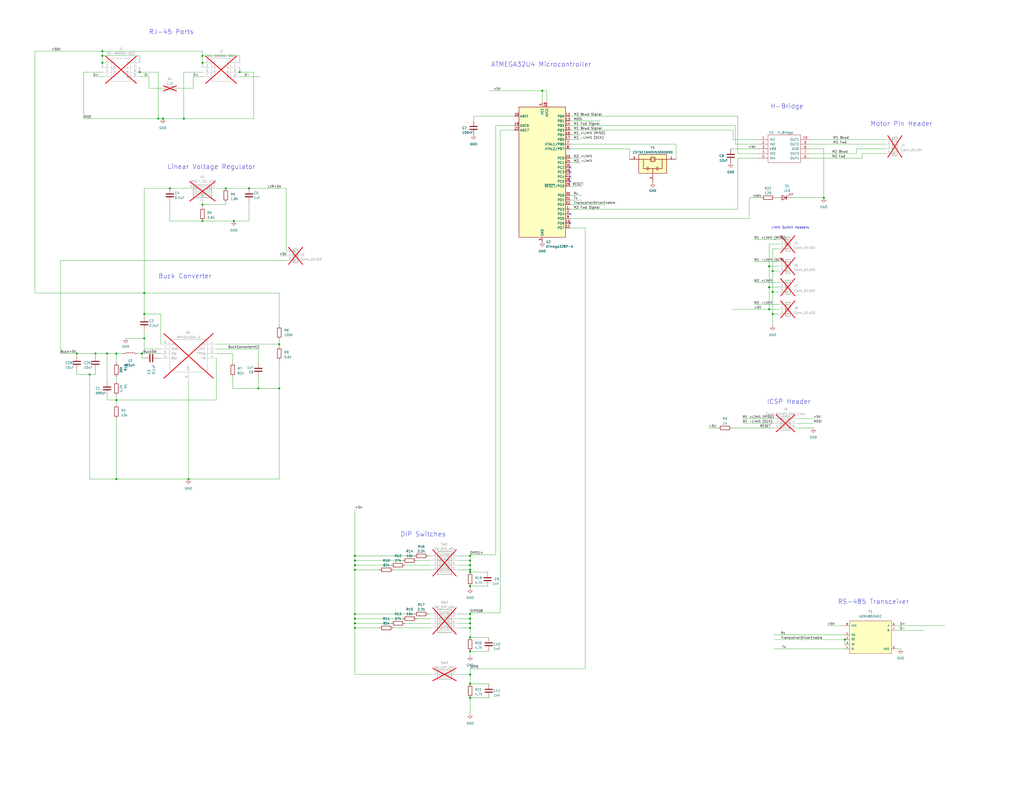
<source format=kicad_sch>
(kicad_sch (version 20230121) (generator eeschema)
  (paper "C")
  (lib_symbols
    (symbol "A3909GLNTR-T:A3909GLNTR-T" (pin_names (offset 0.762))
      (property "Reference" "IC" (at 24.13 7.62 0))
      (property "Value" "A3909GLNTR-T" (at 24.13 5.08 0))
      (symbol "A3909GLNTR-T_0_0"
        (pin passive line (at 0 0 0) (length 5.08) (name "IN1") (number "1"))
        (pin passive line (at 27.94 0 180) (length 5.08) (name "OUT1") (number "10"))
        (pin passive line (at 0 -2.54 0) (length 5.08) (name "IN2") (number "2"))
        (pin passive line (at 0 -5.08 0) (length 5.08) (name "VBB") (number "3"))
        (pin passive line (at 0 -7.62 0) (length 5.08) (name "IN3") (number "4"))
        (pin passive line (at 0 -10.16 0) (length 5.08) (name "IN4") (number "5"))
        (pin passive line (at 27.94 -10.16 180) (length 5.08) (name "OUT4") (number "6"))
        (pin passive line (at 27.94 -7.62 180) (length 5.08) (name "OUT3") (number "7"))
        (pin passive line (at 27.94 -5.08 180) (length 5.08) (name "GND") (number "8"))
        (pin passive line (at 27.94 -2.54 180) (length 5.08) (name "OUT2") (number "9"))
      )
    )
    (symbol "CSTNE16M0V530000R0:CSTNE16M0V530000R0" (pin_names (offset 1.016))
      (property "Reference" "Y" (at -7.62 6.35 0))
      (property "Value" "CSTNE16M0V530000R0" (at 1.27 -6.35 0))
      (symbol "CSTNE16M0V530000R0_0_0"
        (pin input line (at -12.7 2.54 0) (length 5.08) (name "~") (number "1"))
        (pin power_in line (at 0 -10.16 90) (length 5.08) (name "~") (number "2"))
        (pin output line (at 12.7 2.54 180) (length 5.08) (name "~") (number "3"))
      )
    )
    (symbol "Conn_01x03_1" (pin_names (offset 1.016) hide)
      (property "Reference" "J3" (at 2.54 0.635 0))
      (property "Value" "Conn_01x03" (at 2.54 -1.905 0))
      (symbol "Conn_01x03_1_1_1"
        (pin passive line (at -5.08 2.54 0) (length 3.81) (name "Pin_1") (number "1"))
        (pin power_out line (at -5.08 0 0) (length 3.81) (name "Pin_2") (number "2"))
        (pin passive line (at -5.08 -2.54 0) (length 3.81) (name "Pin_3") (number "3"))
      )
    )
    (symbol "Connector_Generic:Conn_01x03" (pin_names (offset 1.016) hide)
      (property "Reference" "J" (at 0 5.08 0))
      (property "Value" "Conn_01x03" (at 0 -5.08 0))
      (symbol "Conn_01x03_1_1"
        (pin passive line (at -5.08 2.54 0) (length 3.81) (name "Pin_1") (number "1"))
        (pin passive line (at -5.08 0 0) (length 3.81) (name "Pin_2") (number "2"))
        (pin passive line (at -5.08 -2.54 0) (length 3.81) (name "Pin_3") (number "3"))
      )
    )
    (symbol "Connector_Generic:Conn_01x04" (pin_names (offset 1.016) hide)
      (property "Reference" "J" (at 0 5.08 0))
      (property "Value" "Conn_01x04" (at 0 -7.62 0))
      (symbol "Conn_01x04_1_1"
        (pin passive line (at -5.08 2.54 0) (length 3.81) (name "Pin_1") (number "1"))
        (pin passive line (at -5.08 0 0) (length 3.81) (name "Pin_2") (number "2"))
        (pin passive line (at -5.08 -2.54 0) (length 3.81) (name "Pin_3") (number "3"))
        (pin passive line (at -5.08 -5.08 0) (length 3.81) (name "Pin_4") (number "4"))
      )
    )
    (symbol "Connector_Generic:Conn_02x03_Odd_Even" (pin_names (offset 1.016) hide)
      (property "Reference" "J" (at 1.27 5.08 0))
      (property "Value" "Conn_02x03_Odd_Even" (at 1.27 -5.08 0))
      (symbol "Conn_02x03_Odd_Even_1_1"
        (pin passive line (at -5.08 2.54 0) (length 3.81) (name "Pin_1") (number "1"))
        (pin passive line (at 7.62 2.54 180) (length 3.81) (name "Pin_2") (number "2"))
        (pin passive line (at -5.08 0 0) (length 3.81) (name "Pin_3") (number "3"))
        (pin passive line (at 7.62 0 180) (length 3.81) (name "Pin_4") (number "4"))
        (pin passive line (at -5.08 -2.54 0) (length 3.81) (name "Pin_5") (number "5"))
        (pin passive line (at 7.62 -2.54 180) (length 3.81) (name "Pin_6") (number "6"))
      )
    )
    (symbol "Device:C" (pin_numbers hide) (pin_names (offset 0.254))
      (property "Reference" "C" (at 0.635 2.54 0))
      (property "Value" "C" (at 0.635 -2.54 0))
      (symbol "C_1_1"
        (pin passive line (at 0 3.81 270) (length 2.794) (name "~") (number "1"))
        (pin passive line (at 0 -3.81 90) (length 2.794) (name "~") (number "2"))
      )
    )
    (symbol "Device:L" (pin_numbers hide) (pin_names (offset 1.016) hide)
      (property "Reference" "L" (at -1.27 0 90))
      (property "Value" "L" (at 1.905 0 90))
      (symbol "L_1_1"
        (pin passive line (at 0 3.81 270) (length 1.27) (name "1") (number "1"))
        (pin passive line (at 0 -3.81 90) (length 1.27) (name "2") (number "2"))
      )
    )
    (symbol "Device:LED" (pin_numbers hide) (pin_names (offset 1.016) hide)
      (property "Reference" "D" (at 0 2.54 0))
      (property "Value" "LED" (at 0 -2.54 0))
      (symbol "LED_1_1"
        (pin passive line (at -3.81 0 0) (length 2.54) (name "K") (number "1"))
        (pin passive line (at 3.81 0 180) (length 2.54) (name "A") (number "2"))
      )
    )
    (symbol "Device:R" (pin_numbers hide) (pin_names (offset 0))
      (property "Reference" "R" (at 2.032 0 90))
      (property "Value" "R" (at 0 0 90))
      (symbol "R_1_1"
        (pin passive line (at 0 3.81 270) (length 1.27) (name "~") (number "1"))
        (pin passive line (at 0 -3.81 90) (length 1.27) (name "~") (number "2"))
      )
    )
    (symbol "MCU_Microchip_ATmega:ATmega328P-A"
      (property "Reference" "U" (at -12.7 36.83 0))
      (property "Value" "ATmega328P-A" (at 2.54 -36.83 0))
      (symbol "ATmega328P-A_1_1"
        (pin bidirectional line (at 15.24 -20.32 180) (length 2.54) (name "PD3") (number "1"))
        (pin bidirectional line (at 15.24 -27.94 180) (length 2.54) (name "PD6") (number "10"))
        (pin bidirectional line (at 15.24 -30.48 180) (length 2.54) (name "PD7") (number "11"))
        (pin bidirectional line (at 15.24 30.48 180) (length 2.54) (name "PB0") (number "12"))
        (pin bidirectional line (at 15.24 27.94 180) (length 2.54) (name "PB1") (number "13"))
        (pin bidirectional line (at 15.24 25.4 180) (length 2.54) (name "PB2") (number "14"))
        (pin bidirectional line (at 15.24 22.86 180) (length 2.54) (name "PB3") (number "15"))
        (pin bidirectional line (at 15.24 20.32 180) (length 2.54) (name "PB4") (number "16"))
        (pin bidirectional line (at 15.24 17.78 180) (length 2.54) (name "PB5") (number "17"))
        (pin power_in line (at 2.54 38.1 270) (length 2.54) (name "AVCC") (number "18"))
        (pin input line (at -15.24 25.4 0) (length 2.54) (name "ADC6") (number "19"))
        (pin bidirectional line (at 15.24 -22.86 180) (length 2.54) (name "PD4") (number "2"))
        (pin passive line (at -15.24 30.48 0) (length 2.54) (name "AREF") (number "20"))
        (pin passive line (at 0 -38.1 90) (length 2.54) hide (name "GND") (number "21"))
        (pin input line (at -15.24 22.86 0) (length 2.54) (name "ADC7") (number "22"))
        (pin bidirectional line (at 15.24 7.62 180) (length 2.54) (name "PC0") (number "23"))
        (pin bidirectional line (at 15.24 5.08 180) (length 2.54) (name "PC1") (number "24"))
        (pin bidirectional line (at 15.24 2.54 180) (length 2.54) (name "PC2") (number "25"))
        (pin bidirectional line (at 15.24 0 180) (length 2.54) (name "PC3") (number "26"))
        (pin bidirectional line (at 15.24 -2.54 180) (length 2.54) (name "PC4") (number "27"))
        (pin bidirectional line (at 15.24 -5.08 180) (length 2.54) (name "PC5") (number "28"))
        (pin bidirectional line (at 15.24 -7.62 180) (length 2.54) (name "~{RESET}/PC6") (number "29"))
        (pin power_in line (at 0 -38.1 90) (length 2.54) (name "GND") (number "3"))
        (pin bidirectional line (at 15.24 -12.7 180) (length 2.54) (name "PD0") (number "30"))
        (pin bidirectional line (at 15.24 -15.24 180) (length 2.54) (name "PD1") (number "31"))
        (pin bidirectional line (at 15.24 -17.78 180) (length 2.54) (name "PD2") (number "32"))
        (pin power_in line (at 0 38.1 270) (length 2.54) (name "VCC") (number "4"))
        (pin passive line (at 0 -38.1 90) (length 2.54) hide (name "GND") (number "5"))
        (pin passive line (at 0 38.1 270) (length 2.54) hide (name "VCC") (number "6"))
        (pin bidirectional line (at 15.24 15.24 180) (length 2.54) (name "XTAL1/PB6") (number "7"))
        (pin bidirectional line (at 15.24 12.7 180) (length 2.54) (name "XTAL2/PB7") (number "8"))
        (pin bidirectional line (at 15.24 -25.4 180) (length 2.54) (name "PD5") (number "9"))
      )
    )
    (symbol "MP4541GN-Z:MP4541GN-Z" (pin_names (offset 0.762))
      (property "Reference" "IC" (at 26.67 7.62 0))
      (property "Value" "MP4541GN-Z" (at 26.67 5.08 0))
      (symbol "MP4541GN-Z_0_0"
        (pin passive line (at 0 0 0) (length 5.08) (name "EN") (number "1"))
        (pin passive line (at 0 -2.54 0) (length 5.08) (name "VCC") (number "2"))
        (pin passive line (at 0 -5.08 0) (length 5.08) (name "FREQ") (number "3"))
        (pin passive line (at 0 -7.62 0) (length 5.08) (name "FB") (number "4"))
        (pin passive line (at 30.48 -7.62 180) (length 5.08) (name "BST") (number "5"))
        (pin passive line (at 30.48 -5.08 180) (length 5.08) (name "SW") (number "6"))
        (pin passive line (at 30.48 -2.54 180) (length 5.08) (name "GND") (number "7"))
        (pin passive line (at 30.48 0 180) (length 5.08) (name "VIN") (number "8"))
        (pin passive line (at 15.24 -20.32 90) (length 5.08) (name "EP") (number "9"))
      )
    )
    (symbol "Regulator_Linear:LM317_TO-220" (pin_names (offset 0.254))
      (property "Reference" "U" (at -3.81 3.175 0))
      (property "Value" "LM317_TO-220" (at 0 3.175 0))
      (symbol "LM317_TO-220_1_1"
        (pin input line (at 0 -7.62 90) (length 2.54) (name "ADJ") (number "1"))
        (pin power_out line (at 7.62 0 180) (length 2.54) (name "VO") (number "2"))
        (pin power_in line (at -7.62 0 0) (length 2.54) (name "VI") (number "3"))
      )
    )
    (symbol "SS-90000-002:SS-90000-002" (pin_names (offset 0.762))
      (property "Reference" "J" (at 16.51 7.62 0))
      (property "Value" "SS-90000-002" (at 16.51 5.08 0))
      (symbol "SS-90000-002_0_0"
        (pin power_out line (at 0 0 0) (length 5.08) (name "1") (number "1"))
        (pin passive line (at 20.32 0 180) (length 5.08) (name "2") (number "2"))
        (pin passive line (at 0 -2.54 0) (length 5.08) (name "3") (number "3"))
        (pin passive line (at 20.32 -2.54 180) (length 5.08) (name "4") (number "4"))
        (pin passive line (at 0 -5.08 0) (length 5.08) (name "5") (number "5"))
        (pin passive line (at 20.32 -5.08 180) (length 5.08) (name "6") (number "6"))
        (pin passive line (at 0 -7.62 0) (length 5.08) (name "7") (number "7"))
        (pin passive line (at 20.32 -7.62 180) (length 5.08) (name "8") (number "8"))
      )
    )
    (symbol "SS-90000-002_1" (pin_names (offset 0.762))
      (property "Reference" "J2" (at 10.16 6.35 0))
      (property "Value" "SS-90000-002" (at 10.16 3.81 0))
      (symbol "SS-90000-002_1_0_0"
        (pin passive line (at 0 0 0) (length 5.08) (name "1") (number "1"))
        (pin passive line (at 20.32 0 180) (length 5.08) (name "2") (number "2"))
        (pin passive line (at 0 -2.54 0) (length 5.08) (name "3") (number "3"))
        (pin passive line (at 20.32 -2.54 180) (length 5.08) (name "4") (number "4"))
        (pin passive line (at 0 -5.08 0) (length 5.08) (name "5") (number "5"))
        (pin passive line (at 20.32 -5.08 180) (length 5.08) (name "6") (number "6"))
        (pin passive line (at 0 -7.62 0) (length 5.08) (name "7") (number "7"))
        (pin passive line (at 20.32 -7.62 180) (length 5.08) (name "8") (number "8"))
      )
    )
    (symbol "Switch:SW_DIP_x01" (pin_names (offset 0) hide)
      (property "Reference" "SW" (at 0 3.81 0))
      (property "Value" "SW_DIP_x01" (at 0 -3.81 0))
      (symbol "SW_DIP_x01_1_1"
        (pin passive line (at -7.62 0 0) (length 5.08) (name "~") (number "1"))
        (pin passive line (at 7.62 0 180) (length 5.08) (name "~") (number "2"))
      )
    )
    (symbol "Switch:SW_DIP_x04" (pin_names (offset 0) hide)
      (property "Reference" "SW" (at 0 8.89 0))
      (property "Value" "SW_DIP_x04" (at 0 -6.35 0))
      (symbol "SW_DIP_x04_1_1"
        (pin passive line (at -7.62 5.08 0) (length 5.08) (name "~") (number "1"))
        (pin passive line (at -7.62 2.54 0) (length 5.08) (name "~") (number "2"))
        (pin passive line (at -7.62 0 0) (length 5.08) (name "~") (number "3"))
        (pin passive line (at -7.62 -2.54 0) (length 5.08) (name "~") (number "4"))
        (pin passive line (at 7.62 -2.54 180) (length 5.08) (name "~") (number "5"))
        (pin passive line (at 7.62 0 180) (length 5.08) (name "~") (number "6"))
        (pin passive line (at 7.62 2.54 180) (length 5.08) (name "~") (number "7"))
        (pin passive line (at 7.62 5.08 180) (length 5.08) (name "~") (number "8"))
      )
    )
    (symbol "Transceiver:ADM4852ARZ" (pin_names (offset 1.016))
      (property "Reference" "U" (at 0 5.08 0))
      (property "Value" "ADM4852ARZ" (at 0 7.62 0))
      (symbol "ADM4852ARZ_1_1"
        (pin output line (at 2.54 -5.08 0) (length 2.54) (name "RO") (number "1"))
        (pin input line (at 2.54 -7.62 0) (length 2.54) (name "~{RE}") (number "2"))
        (pin input line (at 2.54 -10.16 0) (length 2.54) (name "DE") (number "3"))
        (pin input line (at 2.54 -12.7 0) (length 2.54) (name "DI") (number "4"))
        (pin power_in line (at 30.48 -12.7 180) (length 2.54) (name "GND") (number "5"))
        (pin bidirectional line (at 30.48 0 180) (length 2.54) (name "A") (number "6"))
        (pin bidirectional line (at 30.48 -2.54 180) (length 2.54) (name "B") (number "7"))
        (pin power_in line (at 2.54 0 0) (length 2.54) (name "VCC") (number "8"))
      )
    )
    (symbol "power:GND" (power) (pin_names (offset 0))
      (property "Value" "GND" (at 0 -3.81 0))
      (symbol "GND_1_1"
        (pin power_in line (at 0 0 270) (length 0) hide (name "GND") (number "1"))
      )
    )
  )
  (junction (at 419.735 156.845))
  (junction (at 256.54 303.53))
  (junction (at 55.88 30.48))
  (junction (at 110.49 120.65))
  (junction (at 421.64 147.955))
  (junction (at 110.49 34.29))
  (junction (at 152.4 212.09))
  (junction (at 76.2 39.37))
  (junction (at 256.54 381))
  (junction (at 88.9 64.77))
  (junction (at 152.4 187.96))
  (junction (at 78.74 184.785))
  (junction (at 256.54 340.36))
  (junction (at 193.675 306.07))
  (junction (at 256.54 347.98))
  (junction (at 77.47 193.04))
  (junction (at 419.735 168.91))
  (junction (at 193.675 337.82))
  (junction (at 193.675 308.61))
  (junction (at 193.675 335.28))
  (junction (at 193.675 340.36))
  (junction (at 58.42 193.04))
  (junction (at 256.54 337.82))
  (junction (at 256.54 320.04))
  (junction (at 419.735 145.415))
  (junction (at 256.54 342.9))
  (junction (at 256.54 368.3))
  (junction (at 102.87 261.62))
  (junction (at 256.54 312.42))
  (junction (at 193.675 311.15))
  (junction (at 86.36 64.77))
  (junction (at 55.88 27.94))
  (junction (at 123.19 102.87))
  (junction (at 63.5 193.04))
  (junction (at 421.64 159.385))
  (junction (at 92.71 102.87))
  (junction (at 193.675 342.9))
  (junction (at 449.58 107.95))
  (junction (at 256.54 355.6))
  (junction (at 295.91 49.53))
  (junction (at 41.91 193.04))
  (junction (at 135.89 102.87))
  (junction (at 110.49 30.48))
  (junction (at 127.635 120.65))
  (junction (at 110.49 111.76))
  (junction (at 256.54 308.61))
  (junction (at 52.07 193.04))
  (junction (at 256.54 306.07))
  (junction (at 63.5 218.44))
  (junction (at 193.675 303.53))
  (junction (at 130.81 39.37))
  (junction (at 461.01 349.25))
  (junction (at 256.54 373.38))
  (junction (at 256.54 335.28))
  (junction (at 55.88 34.29))
  (junction (at 140.97 212.09))
  (junction (at 78.74 171.45))
  (junction (at 421.64 171.45))
  (junction (at 63.5 261.62))
  (junction (at 100.33 64.77))
  (junction (at 256.54 311.15))
  (junction (at 78.74 160.02))
  (junction (at 48.895 204.47))
  (no_connect (at 311.15 93.98))
  (no_connect (at 311.15 96.52))
  (no_connect (at 311.15 99.06))
  (no_connect (at 311.15 116.84))
  (no_connect (at 311.15 121.92))
  (no_connect (at 311.15 91.44))
  (wire (pts (xy 411.48 166.37) (xy 424.815 166.37)))
  (wire (pts (xy 441.96 78.74) (xy 483.235 78.74)))
  (wire (pts (xy 256.54 381) (xy 266.7 381)))
  (wire (pts (xy 86.36 195.58) (xy 87.63 195.58)))
  (wire (pts (xy 256.54 303.53) (xy 256.54 306.07)))
  (wire (pts (xy 76.2 41.91) (xy 81.28 41.91)))
  (wire (pts (xy 256.54 334.645) (xy 273.05 334.645)))
  (wire (pts (xy 193.675 368.3) (xy 234.95 368.3)))
  (wire (pts (xy 449.58 107.95) (xy 449.58 81.28)))
  (wire (pts (xy 48.895 204.47) (xy 48.895 261.62)))
  (wire (pts (xy 78.74 160.02) (xy 152.4 160.02)))
  (wire (pts (xy 400.05 71.12) (xy 400.05 76.2)))
  (wire (pts (xy 193.675 303.53) (xy 193.675 306.07)))
  (wire (pts (xy 256.54 311.15) (xy 256.54 312.42)))
  (wire (pts (xy 424.815 147.955) (xy 421.64 147.955)))
  (wire (pts (xy 135.89 120.65) (xy 135.89 110.49)))
  (wire (pts (xy 414.02 86.36) (xy 402.59 86.36)))
  (wire (pts (xy 123.19 110.49) (xy 123.19 111.76)))
  (wire (pts (xy 399.415 233.68) (xy 422.275 233.68)))
  (wire (pts (xy 130.81 30.48) (xy 110.49 30.48)))
  (wire (pts (xy 434.975 228.6) (xy 443.865 228.6)))
  (wire (pts (xy 256.54 342.9) (xy 256.54 347.98)))
  (wire (pts (xy 193.675 311.15) (xy 193.675 335.28)))
  (wire (pts (xy 81.28 41.91) (xy 81.28 48.26)))
  (wire (pts (xy 33.02 193.04) (xy 33.02 142.24)))
  (wire (pts (xy 130.81 34.29) (xy 130.81 30.48)))
  (wire (pts (xy 311.15 119.38) (xy 408.94 119.38)))
  (wire (pts (xy 102.87 261.62) (xy 152.4 261.62)))
  (wire (pts (xy 45.72 39.37) (xy 45.72 64.77)))
  (wire (pts (xy 401.32 78.74) (xy 401.32 68.58)))
  (wire (pts (xy 280.67 68.58) (xy 270.51 68.58)))
  (wire (pts (xy 470.535 86.36) (xy 441.96 86.36)))
  (wire (pts (xy 419.735 156.845) (xy 419.735 168.91)))
  (wire (pts (xy 220.98 340.36) (xy 234.95 340.36)))
  (wire (pts (xy 434.975 233.68) (xy 443.865 233.68)))
  (wire (pts (xy 193.675 306.07) (xy 219.71 306.07)))
  (wire (pts (xy 76.2 39.37) (xy 86.36 39.37)))
  (wire (pts (xy 58.42 208.28) (xy 58.42 193.04)))
  (wire (pts (xy 130.81 36.83) (xy 130.81 39.37)))
  (wire (pts (xy 227.33 337.82) (xy 234.95 337.82)))
  (wire (pts (xy 270.51 302.895) (xy 256.54 302.895)))
  (wire (pts (xy 405.13 231.14) (xy 422.275 231.14)))
  (wire (pts (xy 441.96 83.82) (xy 467.36 83.82)))
  (wire (pts (xy 250.19 340.36) (xy 256.54 340.36)))
  (wire (pts (xy 41.91 204.47) (xy 48.895 204.47)))
  (wire (pts (xy 78.74 172.72) (xy 78.74 171.45)))
  (wire (pts (xy 76.2 34.29) (xy 76.2 30.48)))
  (wire (pts (xy 87.63 171.45) (xy 87.63 187.96)))
  (wire (pts (xy 110.49 111.76) (xy 110.49 113.03)))
  (wire (pts (xy 92.71 110.49) (xy 92.71 120.65)))
  (wire (pts (xy 55.88 27.94) (xy 55.88 30.48)))
  (wire (pts (xy 256.54 334.645) (xy 256.54 335.28)))
  (wire (pts (xy 405.13 228.6) (xy 422.275 228.6)))
  (wire (pts (xy 250.19 337.82) (xy 256.54 337.82)))
  (wire (pts (xy 256.54 368.3) (xy 256.54 373.38)))
  (wire (pts (xy 311.15 101.6) (xy 317.5 101.6)))
  (wire (pts (xy 58.42 193.04) (xy 63.5 193.04)))
  (wire (pts (xy 45.72 39.37) (xy 55.88 39.37)))
  (wire (pts (xy 256.54 381) (xy 256.54 389.89)))
  (wire (pts (xy 419.735 145.415) (xy 424.815 145.415)))
  (wire (pts (xy 483.235 81.28) (xy 467.36 81.28)))
  (wire (pts (xy 87.63 193.04) (xy 77.47 193.04)))
  (wire (pts (xy 118.11 195.58) (xy 118.11 218.44)))
  (wire (pts (xy 78.74 184.785) (xy 68.58 184.785)))
  (wire (pts (xy 110.49 27.94) (xy 110.49 30.48)))
  (wire (pts (xy 421.64 171.45) (xy 421.64 159.385)))
  (wire (pts (xy 256.54 373.38) (xy 266.7 373.38)))
  (wire (pts (xy 424.815 168.91) (xy 419.735 168.91)))
  (wire (pts (xy 311.15 81.28) (xy 343.535 81.28)))
  (wire (pts (xy 402.59 83.82) (xy 414.02 83.82)))
  (wire (pts (xy 193.675 308.61) (xy 193.675 311.15)))
  (wire (pts (xy 78.74 102.87) (xy 78.74 160.02)))
  (wire (pts (xy 424.815 135.89) (xy 421.64 135.89)))
  (wire (pts (xy 127 205.74) (xy 127 212.09)))
  (wire (pts (xy 311.15 68.58) (xy 401.32 68.58)))
  (wire (pts (xy 368.935 86.995) (xy 368.935 78.74)))
  (wire (pts (xy 256.54 337.82) (xy 256.54 340.36)))
  (wire (pts (xy 19.05 160.02) (xy 78.74 160.02)))
  (wire (pts (xy 256.54 358.14) (xy 256.54 355.6)))
  (wire (pts (xy 78.74 160.02) (xy 78.74 171.45)))
  (wire (pts (xy 408.94 119.38) (xy 408.94 107.95)))
  (wire (pts (xy 118.11 102.87) (xy 123.19 102.87)))
  (wire (pts (xy 135.89 102.87) (xy 156.21 102.87)))
  (wire (pts (xy 193.675 308.61) (xy 213.36 308.61)))
  (wire (pts (xy 127 193.04) (xy 118.11 193.04)))
  (wire (pts (xy 256.54 312.42) (xy 266.065 312.42)))
  (wire (pts (xy 311.15 63.5) (xy 402.59 63.5)))
  (wire (pts (xy 41.91 201.93) (xy 41.91 204.47)))
  (wire (pts (xy 273.05 71.12) (xy 273.05 334.645)))
  (wire (pts (xy 81.28 48.26) (xy 88.9 48.26)))
  (wire (pts (xy 402.59 86.36) (xy 402.59 114.3)))
  (wire (pts (xy 311.15 109.22) (xy 317.5 109.22)))
  (wire (pts (xy 193.675 340.36) (xy 213.36 340.36)))
  (wire (pts (xy 127 212.09) (xy 140.97 212.09)))
  (wire (pts (xy 421.64 147.955) (xy 421.64 159.385)))
  (wire (pts (xy 123.19 102.87) (xy 135.89 102.87)))
  (wire (pts (xy 491.49 354.33) (xy 488.95 354.33)))
  (wire (pts (xy 193.675 303.53) (xy 226.06 303.53)))
  (wire (pts (xy 105.41 48.26) (xy 105.41 41.91)))
  (wire (pts (xy 110.49 111.76) (xy 123.19 111.76)))
  (wire (pts (xy 96.52 48.26) (xy 105.41 48.26)))
  (wire (pts (xy 256.54 368.3) (xy 250.19 368.3)))
  (wire (pts (xy 343.535 81.28) (xy 343.535 86.995)))
  (wire (pts (xy 100.33 64.77) (xy 88.9 64.77)))
  (wire (pts (xy 311.15 86.36) (xy 316.865 86.36)))
  (wire (pts (xy 78.74 190.5) (xy 87.63 190.5)))
  (wire (pts (xy 419.735 145.415) (xy 419.735 156.845)))
  (wire (pts (xy 140.97 212.09) (xy 152.4 212.09)))
  (wire (pts (xy 118.11 187.96) (xy 152.4 187.96)))
  (wire (pts (xy 67.31 193.04) (xy 63.5 193.04)))
  (wire (pts (xy 63.5 220.98) (xy 63.5 218.44)))
  (wire (pts (xy 421.64 177.8) (xy 421.64 171.45)))
  (wire (pts (xy 110.49 30.48) (xy 110.49 34.29)))
  (wire (pts (xy 130.81 39.37) (xy 138.43 39.37)))
  (wire (pts (xy 411.48 154.305) (xy 424.815 154.305)))
  (wire (pts (xy 311.15 88.9) (xy 316.865 88.9)))
  (wire (pts (xy 250.19 303.53) (xy 256.54 303.53)))
  (wire (pts (xy 156.21 139.7) (xy 152.4 139.7)))
  (wire (pts (xy 319.405 124.46) (xy 319.405 365.125)))
  (wire (pts (xy 55.88 34.29) (xy 55.88 36.83)))
  (wire (pts (xy 52.07 193.04) (xy 58.42 193.04)))
  (wire (pts (xy 100.33 39.37) (xy 100.33 64.77)))
  (wire (pts (xy 193.675 342.9) (xy 207.01 342.9)))
  (wire (pts (xy 78.74 102.87) (xy 92.71 102.87)))
  (wire (pts (xy 256.54 365.125) (xy 256.54 368.3)))
  (wire (pts (xy 77.47 195.58) (xy 77.47 193.04)))
  (wire (pts (xy 86.36 39.37) (xy 86.36 64.77)))
  (wire (pts (xy 256.54 335.28) (xy 256.54 337.82)))
  (wire (pts (xy 250.19 335.28) (xy 256.54 335.28)))
  (wire (pts (xy 76.2 30.48) (xy 55.88 30.48)))
  (wire (pts (xy 441.96 76.2) (xy 483.235 76.2)))
  (wire (pts (xy 193.675 278.13) (xy 193.675 303.53)))
  (wire (pts (xy 78.74 180.34) (xy 78.74 184.785)))
  (wire (pts (xy 461.01 349.25) (xy 461.01 351.79)))
  (wire (pts (xy 311.15 114.3) (xy 402.59 114.3)))
  (wire (pts (xy 193.675 335.28) (xy 226.06 335.28)))
  (wire (pts (xy 193.675 306.07) (xy 193.675 308.61)))
  (wire (pts (xy 152.4 187.96) (xy 152.4 189.23)))
  (wire (pts (xy 256.54 320.04) (xy 266.065 320.04)))
  (wire (pts (xy 411.48 130.81) (xy 424.815 130.81)))
  (wire (pts (xy 142.24 41.91) (xy 130.81 41.91)))
  (wire (pts (xy 63.5 228.6) (xy 63.5 261.62)))
  (wire (pts (xy 402.59 63.5) (xy 402.59 83.82)))
  (wire (pts (xy 78.74 195.58) (xy 77.47 195.58)))
  (wire (pts (xy 399.415 168.91) (xy 419.735 168.91)))
  (wire (pts (xy 193.675 368.3) (xy 193.675 342.9)))
  (wire (pts (xy 408.94 107.95) (xy 415.29 107.95)))
  (wire (pts (xy 414.02 76.2) (xy 400.05 76.2)))
  (wire (pts (xy 422.275 346.71) (xy 461.01 346.71)))
  (wire (pts (xy 52.07 204.47) (xy 48.895 204.47)))
  (wire (pts (xy 256.54 340.36) (xy 256.54 342.9)))
  (wire (pts (xy 45.72 64.77) (xy 86.36 64.77)))
  (wire (pts (xy 250.19 342.9) (xy 256.54 342.9)))
  (wire (pts (xy 92.71 120.65) (xy 110.49 120.65)))
  (wire (pts (xy 311.15 73.66) (xy 316.865 73.66)))
  (wire (pts (xy 424.815 156.845) (xy 419.735 156.845)))
  (wire (pts (xy 78.74 171.45) (xy 87.63 171.45)))
  (wire (pts (xy 152.4 185.42) (xy 152.4 187.96)))
  (wire (pts (xy 127.635 120.65) (xy 135.89 120.65)))
  (wire (pts (xy 105.41 41.91) (xy 110.49 41.91)))
  (wire (pts (xy 311.15 111.76) (xy 330.2 111.76)))
  (wire (pts (xy 256.54 347.98) (xy 266.7 347.98)))
  (wire (pts (xy 58.42 215.9) (xy 58.42 218.44)))
  (wire (pts (xy 33.02 193.04) (xy 41.91 193.04)))
  (wire (pts (xy 138.43 64.77) (xy 138.43 39.37)))
  (wire (pts (xy 102.87 208.28) (xy 102.87 261.62)))
  (wire (pts (xy 451.485 341.63) (xy 461.01 341.63)))
  (wire (pts (xy 256.54 302.895) (xy 256.54 303.53)))
  (wire (pts (xy 152.4 196.85) (xy 152.4 212.09)))
  (wire (pts (xy 193.675 337.82) (xy 193.675 340.36)))
  (wire (pts (xy 273.05 71.12) (xy 280.67 71.12)))
  (wire (pts (xy 33.02 142.24) (xy 156.21 142.24)))
  (wire (pts (xy 193.675 311.15) (xy 207.01 311.15)))
  (wire (pts (xy 41.91 193.04) (xy 41.91 194.31)))
  (wire (pts (xy 256.54 365.125) (xy 319.405 365.125)))
  (wire (pts (xy 266.7 49.53) (xy 295.91 49.53)))
  (wire (pts (xy 140.97 198.12) (xy 140.97 190.5)))
  (wire (pts (xy 110.49 34.29) (xy 110.49 36.83)))
  (wire (pts (xy 58.42 218.44) (xy 63.5 218.44)))
  (wire (pts (xy 401.32 78.74) (xy 414.02 78.74)))
  (wire (pts (xy 152.4 261.62) (xy 152.4 212.09)))
  (wire (pts (xy 233.68 335.28) (xy 234.95 335.28)))
  (wire (pts (xy 421.64 135.89) (xy 421.64 147.955)))
  (wire (pts (xy 398.78 81.28) (xy 414.02 81.28)))
  (wire (pts (xy 110.49 110.49) (xy 110.49 111.76)))
  (wire (pts (xy 140.97 205.74) (xy 140.97 212.09)))
  (wire (pts (xy 63.5 215.9) (xy 63.5 218.44)))
  (wire (pts (xy 55.88 27.94) (xy 19.05 27.94)))
  (wire (pts (xy 422.275 354.33) (xy 461.01 354.33)))
  (wire (pts (xy 311.15 124.46) (xy 319.405 124.46)))
  (wire (pts (xy 250.19 306.07) (xy 256.54 306.07)))
  (wire (pts (xy 156.21 137.16) (xy 156.21 102.87)))
  (wire (pts (xy 50.8 41.91) (xy 55.88 41.91)))
  (wire (pts (xy 419.735 133.35) (xy 419.735 145.415)))
  (wire (pts (xy 250.19 311.15) (xy 256.54 311.15)))
  (wire (pts (xy 63.5 193.04) (xy 63.5 198.12)))
  (wire (pts (xy 152.4 160.02) (xy 152.4 177.8)))
  (wire (pts (xy 63.5 218.44) (xy 118.11 218.44)))
  (wire (pts (xy 78.74 184.785) (xy 78.74 190.5)))
  (wire (pts (xy 256.54 308.61) (xy 256.54 311.15)))
  (wire (pts (xy 63.5 261.62) (xy 102.87 261.62)))
  (wire (pts (xy 421.64 171.45) (xy 424.815 171.45)))
  (wire (pts (xy 77.47 193.04) (xy 74.93 193.04)))
  (wire (pts (xy 41.91 193.04) (xy 52.07 193.04)))
  (wire (pts (xy 227.33 306.07) (xy 234.95 306.07)))
  (wire (pts (xy 434.975 231.14) (xy 443.865 231.14)))
  (wire (pts (xy 424.815 133.35) (xy 419.735 133.35)))
  (wire (pts (xy 52.07 201.93) (xy 52.07 204.47)))
  (wire (pts (xy 127 198.12) (xy 127 193.04)))
  (wire (pts (xy 256.54 306.07) (xy 256.54 308.61)))
  (wire (pts (xy 295.91 49.53) (xy 298.45 49.53)))
  (wire (pts (xy 258.445 63.5) (xy 280.67 63.5)))
  (wire (pts (xy 368.935 78.74) (xy 311.15 78.74)))
  (wire (pts (xy 256.54 355.6) (xy 266.7 355.6)))
  (wire (pts (xy 441.96 81.28) (xy 449.58 81.28)))
  (wire (pts (xy 311.15 106.68) (xy 317.5 106.68)))
  (wire (pts (xy 76.2 36.83) (xy 76.2 39.37)))
  (wire (pts (xy 88.9 64.77) (xy 86.36 64.77)))
  (wire (pts (xy 311.15 76.2) (xy 316.865 76.2)))
  (wire (pts (xy 470.535 83.82) (xy 470.535 86.36)))
  (wire (pts (xy 233.68 303.53) (xy 234.95 303.53)))
  (wire (pts (xy 298.45 49.53) (xy 298.45 55.88)))
  (wire (pts (xy 483.235 83.82) (xy 470.535 83.82)))
  (wire (pts (xy 193.675 340.36) (xy 193.675 342.9)))
  (wire (pts (xy 19.05 27.94) (xy 19.05 160.02)))
  (wire (pts (xy 92.71 102.87) (xy 102.87 102.87)))
  (wire (pts (xy 311.15 66.04) (xy 327.66 66.04)))
  (wire (pts (xy 110.49 120.65) (xy 127.635 120.65)))
  (wire (pts (xy 488.95 341.63) (xy 515.62 341.63)))
  (wire (pts (xy 258.445 63.5) (xy 258.445 66.04)))
  (wire (pts (xy 422.275 349.25) (xy 461.01 349.25)))
  (wire (pts (xy 214.63 311.15) (xy 234.95 311.15)))
  (wire (pts (xy 311.15 71.12) (xy 400.05 71.12)))
  (wire (pts (xy 411.48 142.875) (xy 424.815 142.875)))
  (wire (pts (xy 55.88 27.94) (xy 110.49 27.94)))
  (wire (pts (xy 270.51 68.58) (xy 270.51 302.895)))
  (wire (pts (xy 488.95 344.17) (xy 504.19 344.17)))
  (wire (pts (xy 250.19 308.61) (xy 256.54 308.61)))
  (wire (pts (xy 63.5 205.74) (xy 63.5 208.28)))
  (wire (pts (xy 386.715 233.68) (xy 391.795 233.68)))
  (wire (pts (xy 295.91 55.88) (xy 295.91 49.53)))
  (wire (pts (xy 193.675 337.82) (xy 219.71 337.82)))
  (wire (pts (xy 422.91 107.95) (xy 424.18 107.95)))
  (wire (pts (xy 220.98 308.61) (xy 234.95 308.61)))
  (wire (pts (xy 100.33 39.37) (xy 110.49 39.37)))
  (wire (pts (xy 118.11 190.5) (xy 140.97 190.5)))
  (wire (pts (xy 256.54 321.31) (xy 256.54 320.04)))
  (wire (pts (xy 193.675 335.28) (xy 193.675 337.82)))
  (wire (pts (xy 55.88 30.48) (xy 55.88 34.29)))
  (wire (pts (xy 100.33 64.77) (xy 138.43 64.77)))
  (wire (pts (xy 421.64 159.385) (xy 424.815 159.385)))
  (wire (pts (xy 48.895 261.62) (xy 63.5 261.62)))
  (wire (pts (xy 431.8 107.95) (xy 449.58 107.95)))
  (wire (pts (xy 214.63 342.9) (xy 234.95 342.9)))
  (wire (pts (xy 467.36 81.28) (xy 467.36 83.82)))
  (wire (pts (xy 52.07 193.04) (xy 52.07 194.31)))
  (text "H-Bridge" (at 420.37 59.69 0) (effects (font (size 2.54 2.54)) (justify left bottom)))
  (text "DIP Switches" (at 218.44 293.37 0) (effects (font (size 2.54 2.54)) (justify left bottom)))
  (text "Buck Converter" (at 86.36 152.4 0) (effects (font (size 2.54 2.54)) (justify left bottom)))
  (text "ATMEGA32U4 Microcontroller" (at 267.97 36.83 0) (effects (font (size 2.54 2.54)) (justify left bottom)))
  (text "ICSP Header\n" (at 418.465 220.98 0) (effects (font (size 2.54 2.54)) (justify left bottom)))
  (text "Motor Pin Header" (at 474.98 69.215 0) (effects (font (size 2.54 2.54)) (justify left bottom)))
  (text "RS-485 Transceiver" (at 457.2 330.2 0) (effects (font (size 2.54 2.54)) (justify left bottom)))
  (text "RJ-45 Ports" (at 81.28 19.05 0) (effects (font (size 2.54 2.54)) (justify left bottom)))
  (text "Limit Switch Headers\n" (at 421.005 125.095 0) (effects (font (size 1.27 1.27)) (justify left bottom)))
  (text "Linear Voltage Regulator\n" (at 91.44 92.71 0) (effects (font (size 2.54 2.54)) (justify left bottom)))
  (label "M1 Bkwd Signal" (at 313.055 71.12 0))
  (label "+5V" (at 408.305 81.28 0))
  (label "D-" (at 133.35 41.91 0))
  (label "Indic" (at 410.845 107.95 0))
  (label "+5V" (at 411.48 168.91 0))
  (label "M1 Fwd Signal" (at 313.055 68.58 0))
  (label "+5V" (at 443.865 228.6 0))
  (label "M1 -Limit (SCK)" (at 313.055 76.2 0))
  (label "MOSI" (at 313.055 66.04 0))
  (label "+5V" (at 386.715 233.68 0))
  (label "DIP9" (at 256.54 365.125 0))
  (label "D-" (at 494.03 344.17 180))
  (label "M1 Fwd" (at 454.66 78.74 0))
  (label "BuckSW" (at 78.105 193.04 0))
  (label "+5V" (at 193.675 278.13 0))
  (label "D+" (at 105.41 41.91 0))
  (label "M1 -Limit (SCK)" (at 411.48 142.875 0))
  (label "M1 Bkwd" (at 454.66 76.2 0))
  (label "M1 -Limit (SCK)" (at 405.13 231.14 0))
  (label "M2 -Limit" (at 411.48 166.37 0))
  (label "M2 Fwd Signal" (at 313.055 114.3 0))
  (label "MOSI" (at 443.865 231.14 0))
  (label "DIPS58" (at 256.54 334.645 0))
  (label "GND" (at 45.72 64.77 0))
  (label "LVR+5V" (at 146.05 102.87 0))
  (label "M1 +Limit (MISO)" (at 313.055 73.66 0))
  (label "RESET" (at 414.655 233.68 0))
  (label "D+" (at 50.8 41.91 0))
  (label "Tx" (at 313.055 109.22 0))
  (label "M2 Bkwd" (at 454.025 83.82 0))
  (label "M2 +Limit" (at 411.48 154.305 0))
  (label "Tx" (at 426.72 354.33 0))
  (label "D-" (at 78.74 41.91 0))
  (label "M1 +Limit (MISO)" (at 411.48 130.81 0))
  (label "M2 Bkwd Signal" (at 313.055 63.5 0))
  (label "RESET" (at 312.42 101.6 0))
  (label "BuckConverterVCC" (at 124.46 190.5 0))
  (label "+5V" (at 152.4 139.7 0))
  (label "D+" (at 494.03 341.63 180))
  (label "M1 +Limit (MISO)" (at 405.13 228.6 0))
  (label "M2 Fwd" (at 454.025 86.36 0))
  (label "+5V" (at 269.24 49.53 0))
  (label "+5V" (at 451.485 341.63 0))
  (label "+50V" (at 27.94 27.94 0))
  (label "DIPS14" (at 256.54 302.895 0))
  (label "Rx" (at 426.085 346.71 0))
  (label "TransceiverDriverEnable" (at 313.055 111.76 0))
  (label "M2 +Limit" (at 313.055 86.36 0))
  (label "M2 -Limit" (at 313.055 88.9 0))
  (label "Rx" (at 313.055 106.68 0))
  (label "TransceiverDriverEnable" (at 426.085 349.25 0))
  (label "Buck+5V" (at 33.02 193.04 0))
  (symbol (lib_id "power:GND") (at 398.78 88.9 0) (unit 1)
    (property "Reference" "#PWR015" (effects hide))
    (property "Value" "GND" (at 398.78 93.98 0))
  )
  (symbol (lib_id "Regulator_Linear:LM317_TO-220") (at 110.49 102.87 0) (unit 1) (dnp yes)
    (property "Reference" "U1" (at 110.49 96.52 0))
    (property "Value" "LM317_TO-220" (at 110.49 99.06 0))
    (property "Footprint" "Package_TO_SOT_THT:TO-220-3_Vertical" (effects hide))
    (property "Datasheet" "http://www.ti.com/lit/ds/symlink/lm317.pdf" (effects hide))
  )
  (symbol (lib_id "Device:R") (at 217.17 340.36 90) (unit 1)
    (property "Reference" "R13" (at 217.17 335.28 90))
    (property "Value" "27k" (at 217.17 337.82 90))
    (property "Footprint" "Resistor_SMD:R_0805_2012Metric" (effects hide))
  )
  (symbol (lib_id "Device:R") (at 63.5 224.79 180) (unit 1)
    (property "Reference" "R2" (at 66.04 224.155 0) (effects (justify right)))
    (property "Value" "10k" (at 66.04 226.695 0) (effects (justify right)))
    (property "Footprint" "Resistor_SMD:R_0805_2012Metric" (effects hide))
  )
  (symbol (lib_id "Connector_Generic:Conn_01x03") (at 429.895 168.91 0) (unit 1) (dnp yes)
    (property "Reference" "J8" (at 433.07 168.275 0) (effects (justify left)))
    (property "Value" "Conn_01x03" (at 433.07 170.815 0) (effects (justify left)))
    (property "Footprint" "Connector_Molex:Molex_KK-254_AE-6410-03A_1x03_P2.54mm_Vertical" (effects hide))
  )
  (symbol (lib_id "power:GND") (at 449.58 107.95 0) (unit 1)
    (property "Reference" "#PWR011" (effects hide))
    (property "Value" "GND" (at 449.58 113.03 0))
  )
  (symbol (lib_id "Device:R") (at 63.5 201.93 0) (unit 1)
    (property "Reference" "R18" (at 68.58 200.66 90))
    (property "Value" "39k" (at 66.04 201.93 90))
    (property "Footprint" "Resistor_SMD:R_0805_2012Metric" (effects hide))
  )
  (symbol (lib_id "Device:C") (at 266.7 351.79 0) (mirror y) (unit 1)
    (property "Reference" "C10" (at 273.05 351.79 0) (effects (justify left)))
    (property "Value" "1nF" (at 273.05 354.33 0) (effects (justify left)))
    (property "Footprint" "Capacitor_SMD:C_1206_3216Metric" (effects hide))
  )
  (symbol (lib_id "Device:C") (at 398.78 85.09 0) (unit 1)
    (property "Reference" "C8" (at 392.43 85.09 0) (effects (justify left)))
    (property "Value" "10uF" (at 392.43 87.63 0) (effects (justify left)))
    (property "Footprint" "Capacitor_SMD:C_1206_3216Metric" (effects hide))
  )
  (symbol (lib_id "Device:C") (at 135.89 106.68 0) (unit 1)
    (property "Reference" "C5" (at 138.43 105.41 0) (effects (justify left)))
    (property "Value" "1uF" (at 138.43 107.95 0) (effects (justify left)))
    (property "Footprint" "Capacitor_SMD:C_1206_3216Metric" (effects hide))
  )
  (symbol (lib_id "power:GND") (at 258.445 73.66 0) (unit 1)
    (property "Reference" "#PWR013" (effects hide))
    (property "Value" "GND" (at 258.445 78.74 0))
  )
  (symbol (lib_id "Device:R") (at 256.54 377.19 180) (unit 1)
    (property "Reference" "R21" (at 259.08 376.555 0) (effects (justify right)))
    (property "Value" "4.7k" (at 259.08 379.095 0) (effects (justify right)))
    (property "Footprint" "Resistor_SMD:R_0805_2012Metric" (effects hide))
  )
  (symbol (lib_id "power:GND") (at 443.865 233.68 0) (unit 1)
    (property "Reference" "#PWR012" (effects hide))
    (property "Value" "GND" (at 443.865 238.76 0))
  )
  (symbol (lib_id "Switch:SW_DIP_x04") (at 242.57 308.61 0) (unit 1) (dnp yes)
    (property "Reference" "SW1" (at 242.57 297.18 0))
    (property "Value" "SW_DIP_x04" (at 242.57 299.72 0))
    (property "Footprint" "Button_Switch_THT:SW_DIP_SPSTx04_Slide_9.78x12.34mm_W7.62mm_P2.54mm" (effects hide))
  )
  (symbol (lib_id "power:GND") (at 295.91 132.08 0) (unit 1)
    (property "Reference" "#PWR01" (effects hide))
    (property "Value" "GND" (at 295.91 137.16 0))
  )
  (symbol (lib_id "Device:C") (at 92.71 106.68 0) (unit 1)
    (property "Reference" "C4" (at 95.25 105.41 0) (effects (justify left)))
    (property "Value" "0.1uF" (at 95.25 107.95 0) (effects (justify left)))
    (property "Footprint" "Capacitor_SMD:C_1206_3216Metric" (effects hide))
  )
  (symbol (lib_id "Connector_Generic:Conn_01x04") (at 488.315 78.74 0) (unit 1) (dnp yes)
    (property "Reference" "J4" (at 491.49 79.375 0) (effects (justify left)))
    (property "Value" "Conn_01x04" (at 491.49 81.915 0) (effects (justify left)))
    (property "Footprint" "Connector_Molex:Molex_KK-254_AE-6410-04A_1x04_P2.54mm_Vertical" (effects hide))
  )
  (symbol (lib_id "Device:R") (at 395.605 233.68 90) (unit 1)
    (property "Reference" "R3" (at 395.605 228.6 90))
    (property "Value" "1k" (at 395.605 231.14 90))
    (property "Footprint" "Resistor_SMD:R_1206_3216Metric" (effects hide))
  )
  (symbol (lib_id "Device:R") (at 256.54 316.23 180) (unit 1)
    (property "Reference" "R19" (at 259.08 315.595 0) (effects (justify right)))
    (property "Value" "4.7k" (at 259.08 318.135 0) (effects (justify right)))
    (property "Footprint" "Resistor_SMD:R_0805_2012Metric" (effects hide))
  )
  (symbol (lib_id "MP4541GN-Z:MP4541GN-Z") (at 118.11 187.96 0) (mirror y) (unit 1) (dnp yes)
    (property "Reference" "B1" (at 102.87 181.61 0))
    (property "Value" "MP4541GN-Z" (at 102.87 184.15 0))
    (property "Footprint" "Footprints:SOIC127P600X170-9N" (effects hide))
    (property "Datasheet" "https://www.monolithicpower.com/en/documentview/productdocument/index/version/2/document_type/Datasheet/lang/en/sku/MP4541GN/" (effects hide))
    (property "Description" "Switching Voltage Regulators 80V, 0.8A Synchronous Buck Converter" (effects hide))
    (property "Height" "1.7" (effects hide))
    (property "Mouser Part Number" "946-MP4541GN-Z" (effects hide))
    (property "Mouser Price/Stock" "https://www.mouser.co.uk/ProductDetail/Monolithic-Power-Systems-MPS/MP4541GN-Z?qs=TCDPyi3sCW3JrMFxnpK4AA%3D%3D" (effects hide))
    (property "Manufacturer_Name" "Monolithic Power Systems (MPS)" (effects hide))
    (property "Manufacturer_Part_Number" "MP4541GN-Z" (effects hide))
  )
  (symbol (lib_id "power:GND") (at 102.87 261.62 0) (unit 1)
    (property "Reference" "#PWR04" (effects hide))
    (property "Value" "GND" (at 102.87 266.7 0))
  )
  (symbol (lib_id "Device:C") (at 52.07 198.12 0) (unit 1)
    (property "Reference" "C2A1" (at 45.72 198.12 0) (effects (justify left)))
    (property "Value" "10uF" (at 45.72 200.66 0) (effects (justify left)))
    (property "Footprint" "Capacitor_SMD:C_1206_3216Metric" (effects hide))
  )
  (symbol (lib_name "Conn_01x03_1") (lib_id "Connector_Generic:Conn_01x03") (at 161.29 139.7 0) (unit 1) (dnp yes)
    (property "Reference" "J3" (at 163.83 139.065 0) (effects (justify left)))
    (property "Value" "Conn_01x03" (at 163.83 141.605 0) (effects (justify left)))
    (property "Footprint" "Connector_PinHeader_2.54mm:PinHeader_1x03_P2.54mm_Vertical" (effects hide))
  )
  (symbol (lib_id "Device:R") (at 419.1 107.95 90) (unit 1)
    (property "Reference" "R22" (at 419.1 102.87 90))
    (property "Value" "120" (at 419.1 105.41 90))
    (property "Footprint" "Resistor_SMD:R_0805_2012Metric" (effects hide))
  )
  (symbol (lib_id "power:GND") (at 88.9 64.77 0) (unit 1)
    (property "Reference" "#PWR03" (effects hide))
    (property "Value" "GND" (at 88.9 69.85 0))
  )
  (symbol (lib_id "power:GND") (at 256.54 358.14 0) (unit 1)
    (property "Reference" "#PWR07" (effects hide))
    (property "Value" "GND" (at 256.54 363.22 0))
  )
  (symbol (lib_id "Device:C") (at 258.445 69.85 0) (unit 1)
    (property "Reference" "C7" (at 252.095 69.85 0) (effects (justify left)))
    (property "Value" "100nF" (at 252.095 72.39 0) (effects (justify left)))
    (property "Footprint" "Capacitor_SMD:C_1206_3216Metric" (effects hide))
  )
  (symbol (lib_id "Switch:SW_DIP_x04") (at 242.57 340.36 0) (unit 1) (dnp yes)
    (property "Reference" "SW2" (at 242.57 328.93 0))
    (property "Value" "SW_DIP_x04" (at 242.57 331.47 0))
    (property "Footprint" "Button_Switch_THT:SW_DIP_SPSTx04_Slide_9.78x12.34mm_W7.62mm_P2.54mm" (effects hide))
  )
  (symbol (lib_id "power:GND") (at 421.64 177.8 0) (unit 1)
    (property "Reference" "#PWR09" (effects hide))
    (property "Value" "GND" (at 421.64 182.88 0))
  )
  (symbol (lib_id "MCU_Microchip_ATmega:ATmega328P-A") (at 295.91 93.98 0) (unit 1)
    (property "Reference" "U2" (at 297.8659 132.08 0) (effects (justify left)))
    (property "Value" "ATmega328P-A" (at 297.8659 134.62 0) (effects (justify left)))
    (property "Footprint" "Package_QFP:TQFP-32_7x7mm_P0.8mm" (effects hide))
    (property "Datasheet" "http://ww1.microchip.com/downloads/en/DeviceDoc/ATmega328_P%20AVR%20MCU%20with%20picoPower%20Technology%20Data%20Sheet%2040001984A.pdf" (effects hide))
  )
  (symbol (lib_id "Connector_Generic:Conn_01x03") (at 429.895 133.35 0) (unit 1) (dnp yes)
    (property "Reference" "J5" (at 433.07 132.715 0) (effects (justify left)))
    (property "Value" "Conn_01x03" (at 433.07 135.255 0) (effects (justify left)))
    (property "Footprint" "Connector_Molex:Molex_KK-254_AE-6410-03A_1x03_P2.54mm_Vertical" (effects hide))
  )
  (symbol (lib_id "Device:C") (at 58.42 212.09 0) (unit 1)
    (property "Reference" "C1" (at 52.07 212.09 0) (effects (justify left)))
    (property "Value" "680pF" (at 52.07 214.63 0) (effects (justify left)))
    (property "Footprint" "Capacitor_SMD:C_0603_1608Metric" (effects hide))
  )
  (symbol (lib_id "Device:LED") (at 427.99 107.95 180) (unit 1)
    (property "Reference" "D1" (at 429.5775 101.6 0))
    (property "Value" "LED" (at 429.5775 104.14 0))
    (property "Footprint" "LED_SMD:LED_0603_1608Metric" (effects hide))
  )
  (symbol (lib_id "Device:R") (at 223.52 337.82 90) (unit 1)
    (property "Reference" "R15" (at 223.52 332.74 90))
    (property "Value" "10k" (at 223.52 335.28 90))
    (property "Footprint" "Resistor_SMD:R_0805_2012Metric" (effects hide))
  )
  (symbol (lib_id "power:GND") (at 68.58 184.785 0) (unit 1)
    (property "Reference" "#PWR010" (effects hide))
    (property "Value" "GND" (at 68.58 189.23 0))
  )
  (symbol (lib_id "Device:R") (at 217.17 308.61 90) (unit 1)
    (property "Reference" "R12" (at 217.17 303.53 90))
    (property "Value" "27k" (at 217.17 306.07 90))
    (property "Footprint" "Resistor_SMD:R_0805_2012Metric" (effects hide))
  )
  (symbol (lib_id "power:GND") (at 127.635 120.65 0) (unit 1)
    (property "Reference" "#PWR02" (effects hide))
    (property "Value" "GND" (at 127.635 125.73 0))
  )
  (symbol (lib_id "Device:C") (at 41.91 198.12 0) (unit 1)
    (property "Reference" "C2B1" (at 35.56 198.12 0) (effects (justify left)))
    (property "Value" "10uF" (at 35.56 200.66 0) (effects (justify left)))
    (property "Footprint" "Capacitor_SMD:C_1206_3216Metric" (effects hide))
  )
  (symbol (lib_id "Device:R") (at 152.4 181.61 0) (unit 1)
    (property "Reference" "R8" (at 154.94 180.3399 0) (effects (justify left)))
    (property "Value" "100k" (at 154.94 182.8799 0) (effects (font italic) (justify left)))
    (property "Footprint" "Resistor_SMD:R_0805_2012Metric" (effects hide))
  )
  (symbol (lib_id "power:GND") (at 491.49 354.33 0) (unit 1)
    (property "Reference" "#PWR08" (effects hide))
    (property "Value" "GND" (at 491.49 359.41 0))
  )
  (symbol (lib_id "Device:R") (at 229.87 335.28 90) (unit 1)
    (property "Reference" "R17" (at 229.87 330.2 90))
    (property "Value" "2.2k" (at 229.87 332.74 90))
    (property "Footprint" "Resistor_SMD:R_0805_2012Metric" (effects hide))
  )
  (symbol (lib_id "power:GND") (at 256.54 321.31 0) (unit 1)
    (property "Reference" "#PWR06" (effects hide))
    (property "Value" "GND" (at 256.54 326.39 0))
  )
  (symbol (lib_id "Device:C") (at 140.97 201.93 180) (unit 1)
    (property "Reference" "C6" (at 138.43 203.2 0) (effects (justify left)))
    (property "Value" "1uF" (at 138.43 200.66 0) (effects (justify left)))
    (property "Footprint" "Capacitor_SMD:C_1206_3216Metric" (effects hide))
  )
  (symbol (lib_id "Device:C") (at 78.74 176.53 0) (unit 1)
    (property "Reference" "C2" (at 81.28 175.26 0) (effects (justify left)))
    (property "Value" "2.2uF" (at 81.28 177.8 0) (effects (justify left)))
    (property "Footprint" "Capacitor_SMD:C_1206_3216Metric" (effects hide))
  )
  (symbol (lib_id "Connector_Generic:Conn_01x03") (at 429.895 145.415 0) (unit 1) (dnp yes)
    (property "Reference" "J6" (at 433.07 144.78 0) (effects (justify left)))
    (property "Value" "Conn_01x03" (at 433.07 147.32 0) (effects (justify left)))
    (property "Footprint" "Connector_Molex:Molex_KK-254_AE-6410-03A_1x03_P2.54mm_Vertical" (effects hide))
  )
  (symbol (lib_id "Device:C") (at 266.065 316.23 0) (mirror y) (unit 1)
    (property "Reference" "C9" (at 272.415 316.23 0) (effects (justify left)))
    (property "Value" "1nF" (at 272.415 318.77 0) (effects (justify left)))
    (property "Footprint" "Capacitor_SMD:C_1206_3216Metric" (effects hide))
  )
  (symbol (lib_id "Device:R") (at 63.5 212.09 0) (unit 1)
    (property "Reference" "R1" (at 68.58 210.82 90))
    (property "Value" "1.2k" (at 66.04 212.09 90))
    (property "Footprint" "Resistor_SMD:R_0805_2012Metric" (effects hide))
  )
  (symbol (lib_id "Device:R") (at 229.87 303.53 90) (unit 1)
    (property "Reference" "R16" (at 229.87 298.45 90))
    (property "Value" "2.2k" (at 229.87 300.99 90))
    (property "Footprint" "Resistor_SMD:R_0805_2012Metric" (effects hide))
  )
  (symbol (lib_id "Transceiver:ADM4852ARZ") (at 458.47 341.63 0) (unit 1)
    (property "Reference" "T1" (at 474.98 334.01 0))
    (property "Value" "ADM4852ARZ" (at 474.98 336.55 0))
    (property "Footprint" "Footprints:ADM4852ARZ" (effects hide))
    (property "Datasheet" "https://www.analog.com/media/en/technical-documentation/data-sheets/ADM4850_4851_4852_4853_4854_4855_4856_4857.pdf" (effects hide))
    (property "automotive" "No" (effects hide))
    (property "category" "IC" (effects hide))
    (property "data rate" "2.5Mbits/s" (effects hide))
    (property "device class L1" "Integrated Circuits (ICs)" (effects hide))
    (property "device class L2" "Interface ICs" (effects hide))
    (property "device class L3" "RS-232 / RS-422 / RS-485 Interface ICs" (effects hide))
    (property "digikey description" "IC TRANSCEIVER HALF 1/1 8SOIC" (effects hide))
    (property "digikey part number" "ADM4852ARZ-ND" (effects hide))
    (property "height" "1.75mm" (effects hide))
    (property "interface" "RS-485,RS-422" (effects hide))
    (property "lead free" "Yes" (effects hide))
    (property "library id" "ac5efacbf2b1cfdf" (effects hide))
    (property "manufacturer" "Analog Devices" (effects hide))
    (property "max supply voltage" "5.25V" (effects hide))
    (property "min supply voltage" "4.75V" (effects hide))
    (property "mouser description" "Single Transmitter/Receiver RS-422/RS-485 8-Pin SOIC N Tube" (effects hide))
    (property "mouser part number" "584-ADM4852ARZ" (effects hide))
    (property "nominal supply current" "250-320uA" (effects hide))
    (property "number of receivers" "1" (effects hide))
    (property "number of transmitters" "1" (effects hide))
    (property "package" "SOIC8" (effects hide))
    (property "rohs" "Yes" (effects hide))
    (property "simplex duplex" "Half-Duplex" (effects hide))
    (property "standoff height" "0.1mm" (effects hide))
    (property "temperature range high" "+85°C" (effects hide))
    (property "temperature range low" "-40°C" (effects hide))
  )
  (symbol (lib_id "power:GND") (at 356.235 99.695 0) (unit 1)
    (property "Reference" "#PWR014" (effects hide))
    (property "Value" "GND" (at 356.235 104.14 0))
  )
  (symbol (lib_id "Device:R") (at 123.19 106.68 0) (unit 1)
    (property "Reference" "R6" (at 125.73 106.045 0) (effects (justify left)))
    (property "Value" "1.8k" (at 125.73 108.585 0) (effects (font italic) (justify left)))
    (property "Footprint" "Resistor_SMD:R_0805_2012Metric" (effects hide))
  )
  (symbol (lib_id "power:GND") (at 256.54 389.89 0) (unit 1)
    (property "Reference" "#PWR05" (effects hide))
    (property "Value" "GND" (at 256.54 394.97 0))
  )
  (symbol (lib_id "Device:R") (at 110.49 116.84 0) (unit 1)
    (property "Reference" "R5" (at 113.03 116.205 0) (effects (justify left)))
    (property "Value" "5.6k" (at 113.03 118.745 0) (effects (font italic) (justify left)))
    (property "Footprint" "Resistor_SMD:R_0805_2012Metric" (effects hide))
  )
  (symbol (lib_id "Connector_Generic:Conn_02x03_Odd_Even") (at 427.355 231.14 0) (unit 1) (dnp yes)
    (property "Reference" "J9" (at 428.625 223.52 0))
    (property "Value" "Conn_02x03_Odd_Even" (at 428.625 226.06 0))
    (property "Footprint" "Connector_PinHeader_2.54mm:PinHeader_2x03_P2.54mm_Vertical" (effects hide))
  )
  (symbol (lib_id "Device:R") (at 152.4 193.04 180) (unit 1)
    (property "Reference" "R9" (at 154.94 192.405 0) (effects (justify right)))
    (property "Value" "5.6k" (at 154.94 194.945 0) (effects (justify right)))
    (property "Footprint" "Resistor_SMD:R_0805_2012Metric" (effects hide))
  )
  (symbol (lib_id "SS-90000-002:SS-90000-002") (at 55.88 34.29 0) (unit 1) (dnp yes)
    (property "Reference" "J1" (at 66.04 26.67 0))
    (property "Value" "SS-90000-002" (at 66.04 29.21 0))
    (property "Footprint" "Footprints:SS90000002" (effects hide))
    (property "Datasheet" "https://www.belfuse.com/resources/drawings/stewartconnector/dr-STW-SS-90000-002.pdf" (effects hide))
    (property "Description" "Modular Connectors / Ethernet Connectors RJ45 Jack, 8P8C unshld horiz flng" (effects hide))
    (property "Height" "16.13" (effects hide))
    (property "Mouser Part Number" "530-SS-90000-002" (effects hide))
    (property "Mouser Price/Stock" "https://www.mouser.co.uk/ProductDetail/Stewart-Connector-Bel/SS-90000-002?qs=QNEnbhJQKval8F6sm0ZXMw%3D%3D" (effects hide))
    (property "Manufacturer_Name" "BelFuse" (effects hide))
    (property "Manufacturer_Part_Number" "SS-90000-002" (effects hide))
  )
  (symbol (lib_name "SS-90000-002_1") (lib_id "SS-90000-002:SS-90000-002") (at 110.49 34.29 0) (unit 1) (dnp yes)
    (property "Reference" "J2" (at 120.65 27.94 0))
    (property "Value" "SS-90000-002" (at 120.65 30.48 0))
    (property "Footprint" "Footprints:SS90000002" (effects hide))
    (property "Datasheet" "https://www.belfuse.com/resources/drawings/stewartconnector/dr-STW-SS-90000-002.pdf" (effects hide))
    (property "Description" "Modular Connectors / Ethernet Connectors RJ45 Jack, 8P8C unshld horiz flng" (effects hide))
    (property "Height" "16.13" (effects hide))
    (property "Mouser Part Number" "530-SS-90000-002" (effects hide))
    (property "Mouser Price/Stock" "https://www.mouser.co.uk/ProductDetail/Stewart-Connector-Bel/SS-90000-002?qs=QNEnbhJQKval8F6sm0ZXMw%3D%3D" (effects hide))
    (property "Manufacturer_Name" "BelFuse" (effects hide))
    (property "Manufacturer_Part_Number" "SS-90000-002" (effects hide))
  )
  (symbol (lib_id "A3909GLNTR-T:A3909GLNTR-T") (at 414.02 76.2 0) (unit 1)
    (property "Reference" "H1" (at 421.005 72.39 0))
    (property "Value" "H_Bridge" (at 428.625 72.39 0))
    (property "Footprint" "Footprints:SOIC100P600X175-10N" (effects hide))
    (property "Datasheet" "http://www.allegromicro.com/~/media/files/datasheets/a3909-datasheet.pdf" (effects hide))
    (property "Description" "Low Voltage Dual Full-Bridge Motor Driver" (effects hide))
    (property "Height" "1.75" (effects hide))
    (property "Manufacturer_Name" "Allegro Microsystems" (effects hide))
    (property "Manufacturer_Part_Number" "A3909GLNTR-T" (effects hide))
    (property "Mouser Part Number" "250-A3909GLNTR-T" (effects hide))
    (property "Mouser Price/Stock" "https://www.mouser.co.uk/ProductDetail/Allegro-MicroSystems/A3909GLNTR-T?qs=pUKx8fyJudC%252BMGD7t6mLWQ%3D%3D" (effects hide))
    (property "Arrow Part Number" "A3909GLNTR-T" (effects hide))
    (property "Arrow Price/Stock" "https://www.arrow.com/en/products/a3909glntr-t/allegro-microsystems?region=nac" (effects hide))
  )
  (symbol (lib_id "Connector_Generic:Conn_01x03") (at 429.895 156.845 0) (unit 1) (dnp yes)
    (property "Reference" "J7" (at 433.07 156.21 0) (effects (justify left)))
    (property "Value" "Conn_01x03" (at 433.07 158.75 0) (effects (justify left)))
    (property "Footprint" "Connector_Molex:Molex_KK-254_AE-6410-03A_1x03_P2.54mm_Vertical" (effects hide))
  )
  (symbol (lib_id "Device:L") (at 71.12 193.04 90) (unit 1)
    (property "Reference" "L1" (at 71.12 196.85 90))
    (property "Value" "33uH" (at 71.12 199.39 90))
    (property "Footprint" "Inductor_SMD:L_Taiyo-Yuden_NR-60xx_HandSoldering" (effects hide))
  )
  (symbol (lib_id "Device:R") (at 223.52 306.07 90) (unit 1)
    (property "Reference" "R14" (at 223.52 300.99 90))
    (property "Value" "10k" (at 223.52 303.53 90))
    (property "Footprint" "Resistor_SMD:R_0805_2012Metric" (effects hide))
  )
  (symbol (lib_id "Device:R") (at 92.71 48.26 270) (unit 1) (dnp yes)
    (property "Reference" "R4" (at 92.71 43.18 90))
    (property "Value" "120" (at 92.71 45.72 90))
    (property "Footprint" "Resistor_SMD:R_0805_2012Metric" (effects hide))
  )
  (symbol (lib_id "Device:C") (at 82.55 195.58 90) (unit 1)
    (property "Reference" "C3" (at 81.28 204.47 0) (effects (justify left)))
    (property "Value" "0.1uF" (at 83.82 204.47 0) (effects (justify left)))
    (property "Footprint" "Capacitor_SMD:C_1206_3216Metric" (effects hide))
  )
  (symbol (lib_id "Device:R") (at 210.82 311.15 90) (unit 1)
    (property "Reference" "R10" (at 210.82 306.07 90))
    (property "Value" "82k" (at 210.82 308.61 90))
    (property "Footprint" "Resistor_SMD:R_0805_2012Metric" (effects hide))
  )
  (symbol (lib_id "Switch:SW_DIP_x01") (at 242.57 368.3 0) (unit 1) (dnp yes)
    (property "Reference" "SW3" (at 242.57 361.95 0))
    (property "Value" "SW_DIP_x01" (at 242.57 364.49 0))
    (property "Footprint" "Button_Switch_THT:SW_DIP_SPSTx01_Slide_9.78x4.72mm_W7.62mm_P2.54mm" (effects hide))
  )
  (symbol (lib_id "CSTNE16M0V530000R0:CSTNE16M0V530000R0") (at 356.235 89.535 0) (mirror y) (unit 1)
    (property "Reference" "Y1" (at 356.235 80.645 0))
    (property "Value" "CSTNE16M0V530000R0" (at 356.235 83.185 0))
    (property "Footprint" "Footprints:OSC_CSTNE16M0V530000R0" (effects hide))
    (property "MAXIMUM_PACKAGE_HEIGHT" "1mm" (effects hide))
    (property "PARTREV" "JGC42-8853B" (effects hide))
    (property "MANUFACTURER" "Murata" (effects hide))
    (property "STANDARD" "Manufacturer Recomendations" (effects hide))
  )
  (symbol (lib_id "Device:C") (at 266.7 377.19 0) (mirror y) (unit 1)
    (property "Reference" "C11" (at 273.05 377.19 0) (effects (justify left)))
    (property "Value" "1nF" (at 273.05 379.73 0) (effects (justify left)))
    (property "Footprint" "Capacitor_SMD:C_1206_3216Metric" (effects hide))
  )
  (symbol (lib_id "Device:R") (at 127 201.93 180) (unit 1)
    (property "Reference" "R7" (at 129.54 201.295 0) (effects (justify right)))
    (property "Value" "82k" (at 129.54 203.835 0) (effects (justify right)))
    (property "Footprint" "Resistor_SMD:R_0805_2012Metric" (effects hide))
  )
  (symbol (lib_id "Device:R") (at 256.54 351.79 180) (unit 1)
    (property "Reference" "R20" (at 259.08 351.155 0) (effects (justify right)))
    (property "Value" "4.7k" (at 259.08 353.695 0) (effects (justify right)))
    (property "Footprint" "Resistor_SMD:R_0805_2012Metric" (effects hide))
  )
  (symbol (lib_id "Device:R") (at 210.82 342.9 90) (unit 1)
    (property "Reference" "R11" (at 210.82 337.82 90))
    (property "Value" "82k" (at 210.82 340.36 90))
    (property "Footprint" "Resistor_SMD:R_0805_2012Metric" (effects hide))
  )
)
</source>
